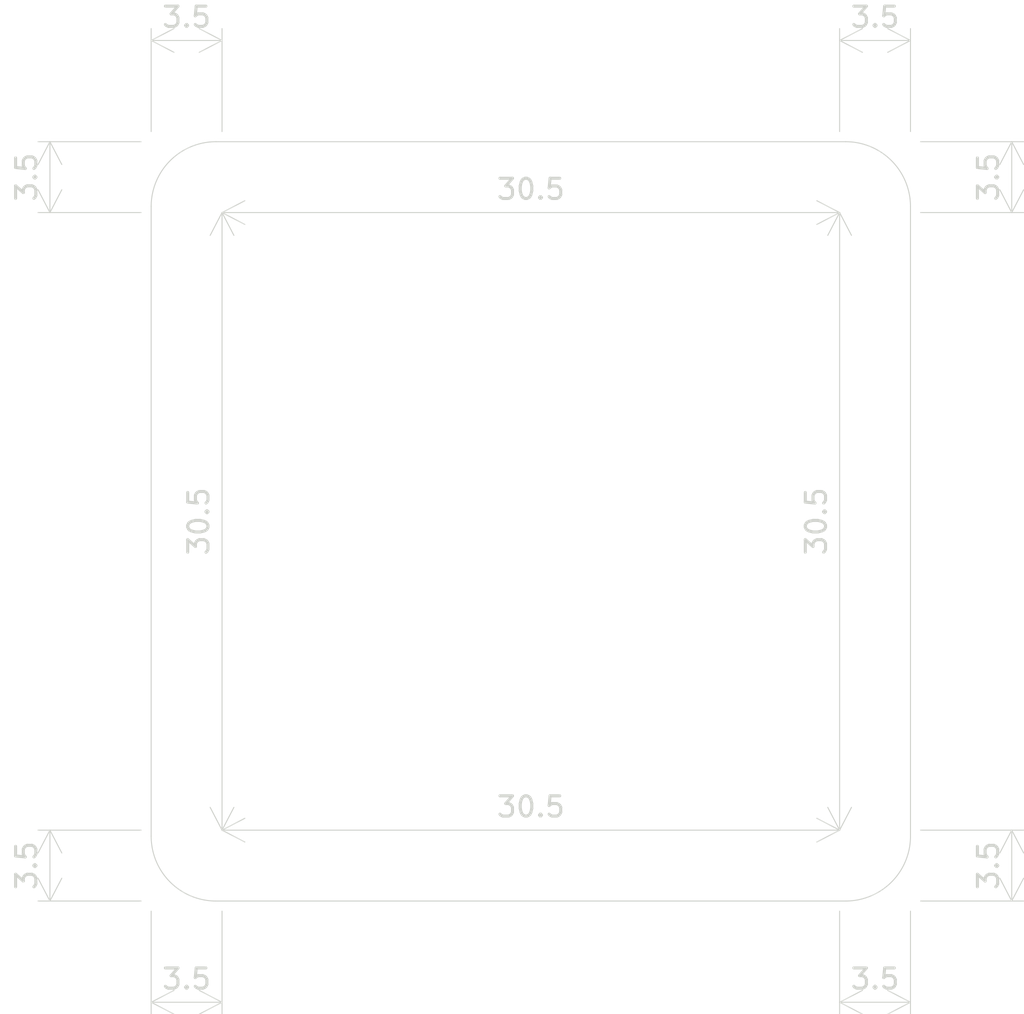
<source format=kicad_pcb>
(kicad_pcb
	(version 20241229)
	(generator "pcbnew")
	(generator_version "9.0")
	(general
		(thickness 1.6)
		(legacy_teardrops no)
	)
	(paper "A4")
	(layers
		(0 "F.Cu" signal)
		(2 "B.Cu" signal)
		(9 "F.Adhes" user "F.Adhesive")
		(11 "B.Adhes" user "B.Adhesive")
		(13 "F.Paste" user)
		(15 "B.Paste" user)
		(5 "F.SilkS" user "F.Silkscreen")
		(7 "B.SilkS" user "B.Silkscreen")
		(1 "F.Mask" user)
		(3 "B.Mask" user)
		(17 "Dwgs.User" user "User.Drawings")
		(19 "Cmts.User" user "User.Comments")
		(21 "Eco1.User" user "User.Eco1")
		(23 "Eco2.User" user "User.Eco2")
		(25 "Edge.Cuts" user)
		(27 "Margin" user)
		(31 "F.CrtYd" user "F.Courtyard")
		(29 "B.CrtYd" user "B.Courtyard")
		(35 "F.Fab" user)
		(33 "B.Fab" user)
		(39 "User.1" user)
		(41 "User.2" user)
		(43 "User.3" user)
		(45 "User.4" user)
	)
	(setup
		(pad_to_mask_clearance 0)
		(allow_soldermask_bridges_in_footprints no)
		(tenting front back)
		(pcbplotparams
			(layerselection 0x00000000_00000000_55555555_5755f5ff)
			(plot_on_all_layers_selection 0x00000000_00000000_00000000_00000000)
			(disableapertmacros no)
			(usegerberextensions no)
			(usegerberattributes yes)
			(usegerberadvancedattributes yes)
			(creategerberjobfile yes)
			(dashed_line_dash_ratio 12.000000)
			(dashed_line_gap_ratio 3.000000)
			(svgprecision 4)
			(plotframeref no)
			(mode 1)
			(useauxorigin no)
			(hpglpennumber 1)
			(hpglpenspeed 20)
			(hpglpendiameter 15.000000)
			(pdf_front_fp_property_popups yes)
			(pdf_back_fp_property_popups yes)
			(pdf_metadata yes)
			(pdf_single_document no)
			(dxfpolygonmode yes)
			(dxfimperialunits yes)
			(dxfusepcbnewfont yes)
			(psnegative no)
			(psa4output no)
			(plot_black_and_white yes)
			(sketchpadsonfab no)
			(plotpadnumbers no)
			(hidednponfab no)
			(sketchdnponfab yes)
			(crossoutdnponfab yes)
			(subtractmaskfromsilk no)
			(outputformat 1)
			(mirror no)
			(drillshape 1)
			(scaleselection 1)
			(outputdirectory "")
		)
	)
	(net 0 "")
	(gr_arc
		(start 173.2 97.5)
		(mid 170.937258 96.562742)
		(end 170 94.3)
		(stroke
			(width 0.05)
			(type default)
		)
		(layer "Edge.Cuts")
		(uuid "08e9429d-7460-4b79-a6c1-86bae26006ce")
	)
	(gr_arc
		(start 170 63.2)
		(mid 170.937258 60.937258)
		(end 173.2 60)
		(stroke
			(width 0.05)
			(type default)
		)
		(layer "Edge.Cuts")
		(uuid "50354bd0-097f-423b-a154-7f103909c244")
	)
	(gr_arc
		(start 204.3 60)
		(mid 206.562742 60.937258)
		(end 207.5 63.2)
		(stroke
			(width 0.05)
			(type default)
		)
		(layer "Edge.Cuts")
		(uuid "542615ad-82bf-4240-b79c-6bb64d489425")
	)
	(gr_line
		(start 170 94.3)
		(end 170 63.2)
		(stroke
			(width 0.05)
			(type default)
		)
		(layer "Edge.Cuts")
		(uuid "59e9fec3-dc3c-42b2-b2a5-3a826de88451")
	)
	(gr_line
		(start 204.3 97.5)
		(end 173.2 97.5)
		(stroke
			(width 0.05)
			(type default)
		)
		(layer "Edge.Cuts")
		(uuid "9748bfd0-ccf3-47a6-986f-f48cf28e7c5c")
	)
	(gr_line
		(start 173.2 60)
		(end 204.3 60)
		(stroke
			(width 0.05)
			(type default)
		)
		(layer "Edge.Cuts")
		(uuid "d21af808-d3d8-49ff-a09d-d470658399f7")
	)
	(gr_arc
		(start 207.5 94.3)
		(mid 206.562742 96.562742)
		(end 204.3 97.5)
		(stroke
			(width 0.05)
			(type default)
		)
		(layer "Edge.Cuts")
		(uuid "f3e0f16b-8cd8-4a92-af69-85b2ef053e53")
	)
	(gr_line
		(start 207.5 63.2)
		(end 207.5 94.3)
		(stroke
			(width 0.05)
			(type default)
		)
		(layer "Edge.Cuts")
		(uuid "f74b26d0-522b-4ef1-ac33-932290174101")
	)
	(dimension
		(type orthogonal)
		(layer "Edge.Cuts")
		(uuid "057145a2-9eeb-42a7-9436-d7769545f249")
		(pts
			(xy 173.5 63.5) (xy 204 63.5)
		)
		(height 0)
		(orientation 0)
		(format
			(prefix "")
			(suffix "")
			(units 3)
			(units_format 0)
			(precision 4)
			(suppress_zeroes yes)
		)
		(style
			(thickness 0.05)
			(arrow_length 1.27)
			(text_position_mode 0)
			(arrow_direction outward)
			(extension_height 0.58642)
			(extension_offset 0.5)
			(keep_text_aligned yes)
		)
		(gr_text "30.5"
			(at 188.75 62.35 0)
			(layer "Edge.Cuts")
			(uuid "057145a2-9eeb-42a7-9436-d7769545f249")
			(effects
				(font
					(size 1 1)
					(thickness 0.15)
				)
			)
		)
	)
	(dimension
		(type orthogonal)
		(layer "Edge.Cuts")
		(uuid "0bb51b38-6da0-4a19-9a06-ca09740ea9e6")
		(pts
			(xy 207.5 60) (xy 204 60)
		)
		(height -5)
		(orientation 0)
		(format
			(prefix "")
			(suffix "")
			(units 3)
			(units_format 0)
			(precision 4)
			(suppress_zeroes yes)
		)
		(style
			(thickness 0.05)
			(arrow_length 1.27)
			(text_position_mode 0)
			(arrow_direction outward)
			(extension_height 0.58642)
			(extension_offset 0.5)
			(keep_text_aligned yes)
		)
		(gr_text "3.5"
			(at 205.75 53.85 0)
			(layer "Edge.Cuts")
			(uuid "0bb51b38-6da0-4a19-9a06-ca09740ea9e6")
			(effects
				(font
					(size 1 1)
					(thickness 0.15)
				)
			)
		)
	)
	(dimension
		(type orthogonal)
		(layer "Edge.Cuts")
		(uuid "13f1b846-a3ab-47d9-af9a-5919515f27bd")
		(pts
			(xy 204 63.5) (xy 204 94)
		)
		(height 0)
		(orientation 1)
		(format
			(prefix "")
			(suffix "")
			(units 3)
			(units_format 0)
			(precision 4)
			(suppress_zeroes yes)
		)
		(style
			(thickness 0.05)
			(arrow_length 1.27)
			(text_position_mode 0)
			(arrow_direction outward)
			(extension_height 0.58642)
			(extension_offset 0.5)
			(keep_text_aligned yes)
		)
		(gr_text "30.5"
			(at 202.85 78.75 90)
			(layer "Edge.Cuts")
			(uuid "13f1b846-a3ab-47d9-af9a-5919515f27bd")
			(effects
				(font
					(size 1 1)
					(thickness 0.15)
				)
			)
		)
	)
	(dimension
		(type orthogonal)
		(layer "Edge.Cuts")
		(uuid "18cad654-f836-488d-9018-8cefc38a855d")
		(pts
			(xy 170 60) (xy 173.5 60)
		)
		(height -5)
		(orientation 0)
		(format
			(prefix "")
			(suffix "")
			(units 3)
			(units_format 0)
			(precision 4)
			(suppress_zeroes yes)
		)
		(style
			(thickness 0.05)
			(arrow_length 1.27)
			(text_position_mode 0)
			(arrow_direction outward)
			(extension_height 0.58642)
			(extension_offset 0.5)
			(keep_text_aligned yes)
		)
		(gr_text "3.5"
			(at 171.75 53.85 0)
			(layer "Edge.Cuts")
			(uuid "18cad654-f836-488d-9018-8cefc38a855d")
			(effects
				(font
					(size 1 1)
					(thickness 0.15)
				)
			)
		)
	)
	(dimension
		(type orthogonal)
		(layer "Edge.Cuts")
		(uuid "2069e191-0500-455e-912e-9dbde1fde8f7")
		(pts
			(xy 173.5 94) (xy 173.5 63.5)
		)
		(height 0)
		(orientation 1)
		(format
			(prefix "")
			(suffix "")
			(units 3)
			(units_format 0)
			(precision 4)
			(suppress_zeroes yes)
		)
		(style
			(thickness 0.05)
			(arrow_length 1.27)
			(text_position_mode 0)
			(arrow_direction outward)
			(extension_height 0.58642)
			(extension_offset 0.5)
			(keep_text_aligned yes)
		)
		(gr_text "30.5"
			(at 172.35 78.75 90)
			(layer "Edge.Cuts")
			(uuid "2069e191-0500-455e-912e-9dbde1fde8f7")
			(effects
				(font
					(size 1 1)
					(thickness 0.15)
				)
			)
		)
	)
	(dimension
		(type orthogonal)
		(layer "Edge.Cuts")
		(uuid "24ecf188-efd5-42a0-9be2-7d8c81f79b8d")
		(pts
			(xy 204 94) (xy 173.5 94)
		)
		(height 0)
		(orientation 0)
		(format
			(prefix "")
			(suffix "")
			(units 3)
			(units_format 0)
			(precision 4)
			(suppress_zeroes yes)
		)
		(style
			(thickness 0.05)
			(arrow_length 1.27)
			(text_position_mode 0)
			(arrow_direction outward)
			(extension_height 0.58642)
			(extension_offset 0.5)
			(keep_text_aligned yes)
		)
		(gr_text "30.5"
			(at 188.75 92.85 0)
			(layer "Edge.Cuts")
			(uuid "24ecf188-efd5-42a0-9be2-7d8c81f79b8d")
			(effects
				(font
					(size 1 1)
					(thickness 0.15)
				)
			)
		)
	)
	(dimension
		(type orthogonal)
		(layer "Edge.Cuts")
		(uuid "760c912e-9671-439e-b2d9-51aa2ea3fede")
		(pts
			(xy 170 97.5) (xy 173.5 97.5)
		)
		(height 5)
		(orientation 0)
		(format
			(prefix "")
			(suffix "")
			(units 3)
			(units_format 0)
			(precision 4)
			(suppress_zeroes yes)
		)
		(style
			(thickness 0.05)
			(arrow_length 1.27)
			(text_position_mode 0)
			(arrow_direction outward)
			(extension_height 0.58642)
			(extension_offset 0.5)
			(keep_text_aligned yes)
		)
		(gr_text "3.5"
			(at 171.75 101.35 0)
			(layer "Edge.Cuts")
			(uuid "760c912e-9671-439e-b2d9-51aa2ea3fede")
			(effects
				(font
					(size 1 1)
					(thickness 0.15)
				)
			)
		)
	)
	(dimension
		(type orthogonal)
		(layer "Edge.Cuts")
		(uuid "9d0f7905-09ab-4c95-a91b-b647943b1961")
		(pts
			(xy 207.5 97.5) (xy 204 97.5)
		)
		(height 5)
		(orientation 0)
		(format
			(prefix "")
			(suffix "")
			(units 3)
			(units_format 0)
			(precision 4)
			(suppress_zeroes yes)
		)
		(style
			(thickness 0.05)
			(arrow_length 1.27)
			(text_position_mode 0)
			(arrow_direction outward)
			(extension_height 0.58642)
			(extension_offset 0.5)
			(keep_text_aligned yes)
		)
		(gr_text "3.5"
			(at 205.75 101.35 0)
			(layer "Edge.Cuts")
			(uuid "9d0f7905-09ab-4c95-a91b-b647943b1961")
			(effects
				(font
					(size 1 1)
					(thickness 0.15)
				)
			)
		)
	)
	(dimension
		(type orthogonal)
		(layer "Edge.Cuts")
		(uuid "bc86af6c-dae7-4685-b0fd-e2f6ee3db1ce")
		(pts
			(xy 207.5 97.5) (xy 207.5 94)
		)
		(height 5)
		(orientation 1)
		(format
			(prefix "")
			(suffix "")
			(units 3)
			(units_format 0)
			(precision 4)
			(suppress_zeroes yes)
		)
		(style
			(thickness 0.05)
			(arrow_length 1.27)
			(text_position_mode 0)
			(arrow_direction outward)
			(extension_height 0.58642)
			(extension_offset 0.5)
			(keep_text_aligned yes)
		)
		(gr_text "3.5"
			(at 211.35 95.75 90)
			(layer "Edge.Cuts")
			(uuid "bc86af6c-dae7-4685-b0fd-e2f6ee3db1ce")
			(effects
				(font
					(size 1 1)
					(thickness 0.15)
				)
			)
		)
	)
	(dimension
		(type orthogonal)
		(layer "Edge.Cuts")
		(uuid "bd83138c-f197-4289-adf9-ccd0133644c8")
		(pts
			(xy 170 97.5) (xy 170 94)
		)
		(height -5)
		(orientation 1)
		(format
			(prefix "")
			(suffix "")
			(units 3)
			(units_format 0)
			(precision 4)
			(suppress_zeroes yes)
		)
		(style
			(thickness 0.05)
			(arrow_length 1.27)
			(text_position_mode 0)
			(arrow_direction outward)
			(extension_height 0.58642)
			(extension_offset 0.5)
			(keep_text_aligned yes)
		)
		(gr_text "3.5"
			(at 163.85 95.75 90)
			(layer "Edge.Cuts")
			(uuid "bd83138c-f197-4289-adf9-ccd0133644c8")
			(effects
				(font
					(size 1 1)
					(thickness 0.15)
				)
			)
		)
	)
	(dimension
		(type orthogonal)
		(layer "Edge.Cuts")
		(uuid "cb0a17be-43bb-41fc-835f-3da87e0eb55f")
		(pts
			(xy 207.5 60) (xy 207.5 63.5)
		)
		(height 5)
		(orientation 1)
		(format
			(prefix "")
			(suffix "")
			(units 3)
			(units_format 0)
			(precision 4)
			(suppress_zeroes yes)
		)
		(style
			(thickness 0.05)
			(arrow_length 1.27)
			(text_position_mode 0)
			(arrow_direction outward)
			(extension_height 0.58642)
			(extension_offset 0.5)
			(keep_text_aligned yes)
		)
		(gr_text "3.5"
			(at 211.35 61.75 90)
			(layer "Edge.Cuts")
			(uuid "cb0a17be-43bb-41fc-835f-3da87e0eb55f")
			(effects
				(font
					(size 1 1)
					(thickness 0.15)
				)
			)
		)
	)
	(dimension
		(type orthogonal)
		(layer "Edge.Cuts")
		(uuid "e231b10c-d9b5-4947-8478-618941377549")
		(pts
			(xy 170 60) (xy 170 63.5)
		)
		(height -5)
		(orientation 1)
		(format
			(prefix "")
			(suffix "")
			(units 3)
			(units_format 0)
			(precision 4)
			(suppress_zeroes yes)
		)
		(style
			(thickness 0.05)
			(arrow_length 1.27)
			(text_position_mode 0)
			(arrow_direction outward)
			(extension_height 0.58642)
			(extension_offset 0.5)
			(keep_text_aligned yes)
		)
		(gr_text "3.5"
			(at 163.85 61.75 90)
			(layer "Edge.Cuts")
			(uuid "e231b10c-d9b5-4947-8478-618941377549")
			(effects
				(font
					(size 1 1)
					(thickness 0.15)
				)
			)
		)
	)
	(embedded_fonts no)
)

</source>
